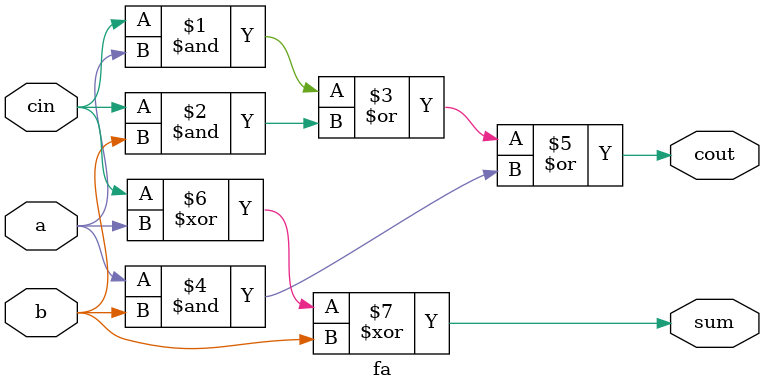
<source format=v>
module fa (
  input a, b, cin,
  output cout, sum
);

  // gate level structural
  // wire cin_a, cin_b, a_b, cin_xor_a;

  // alternate dataflow
  // wire c_xor_a;

  // dataflow
  assign cout = (cin & a) | (cin & b) | (a & b);
  assign sum = cin ^ a ^ b;

  // gate level structural
  // and u1 ( cin_a, cin, a );
  // and u2 ( cin_b, cin, b );
  // and u3 ( a_b, a, b );
  // or u4 ( cout, cin_a, cin_b, a_b );

  // xor u5 ( cin_xor_a, cin, a );
  // xor u6 ( sum, cin_xor_a, b );

  // alternate dataflow
  // assign c_xor_a = cin ^ a;
  // assign sum = c_xor_a ^ b;
  // assign cout = (cin & a) | (b & c_xor_a);

endmodule

</source>
